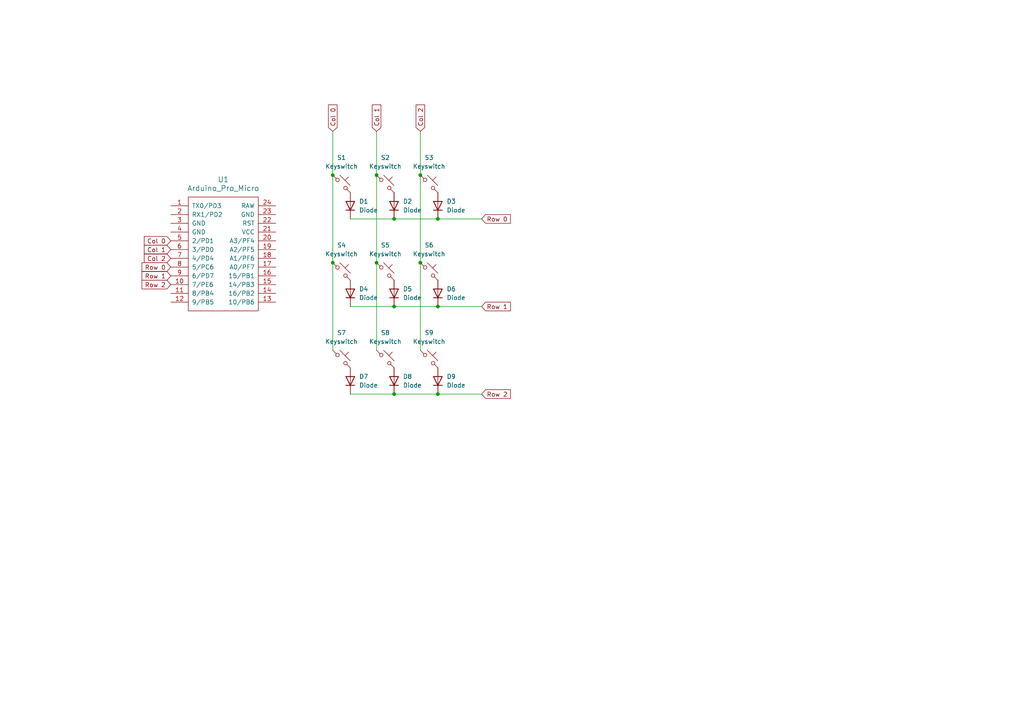
<source format=kicad_sch>
(kicad_sch (version 20231120) (generator "eeschema") (generator_version "8.0")
  (paper "A4")
  (lib_symbols
    (symbol "ScottoKeebs:MCU_Arduino_Pro_Micro" (pin_names (offset 1.016))
      (property "Reference" "U" (at 0 0 0))
      (property "Value" "Arduino_Pro_Micro" (at 0 -19.05 0))
      (symbol "MCU_Arduino_Pro_Micro_0_1"
        (rectangle (start -10.16 16.51) (end 10.16 -16.51))
      )
      (symbol "MCU_Arduino_Pro_Micro_1_1"
        (pin input line (at -15.24 13.97 0) (length 5.08) (name "TX0/PD3") (number "1"))
        (pin input line (at -15.24 -8.89 0) (length 5.08) (name "7/PE6") (number "10"))
        (pin input line (at -15.24 -11.43 0) (length 5.08) (name "8/PB4") (number "11"))
        (pin input line (at -15.24 -13.97 0) (length 5.08) (name "9/PB5") (number "12"))
        (pin input line (at 15.24 -13.97 180) (length 5.08) (name "10/PB6") (number "13"))
        (pin input line (at 15.24 -11.43 180) (length 5.08) (name "16/PB2") (number "14"))
        (pin input line (at 15.24 -8.89 180) (length 5.08) (name "14/PB3") (number "15"))
        (pin input line (at 15.24 -6.35 180) (length 5.08) (name "15/PB1") (number "16"))
        (pin input line (at 15.24 -3.81 180) (length 5.08) (name "A0/PF7") (number "17"))
        (pin input line (at 15.24 -1.27 180) (length 5.08) (name "A1/PF6") (number "18"))
        (pin input line (at 15.24 1.27 180) (length 5.08) (name "A2/PF5") (number "19"))
        (pin input line (at -15.24 11.43 0) (length 5.08) (name "RX1/PD2") (number "2"))
        (pin input line (at 15.24 3.81 180) (length 5.08) (name "A3/PF4") (number "20"))
        (pin input line (at 15.24 6.35 180) (length 5.08) (name "VCC") (number "21"))
        (pin input line (at 15.24 8.89 180) (length 5.08) (name "RST") (number "22"))
        (pin input line (at 15.24 11.43 180) (length 5.08) (name "GND") (number "23"))
        (pin input line (at 15.24 13.97 180) (length 5.08) (name "RAW") (number "24"))
        (pin input line (at -15.24 8.89 0) (length 5.08) (name "GND") (number "3"))
        (pin input line (at -15.24 6.35 0) (length 5.08) (name "GND") (number "4"))
        (pin input line (at -15.24 3.81 0) (length 5.08) (name "2/PD1") (number "5"))
        (pin input line (at -15.24 1.27 0) (length 5.08) (name "3/PD0") (number "6"))
        (pin input line (at -15.24 -1.27 0) (length 5.08) (name "4/PD4") (number "7"))
        (pin input line (at -15.24 -3.81 0) (length 5.08) (name "5/PC6") (number "8"))
        (pin input line (at -15.24 -6.35 0) (length 5.08) (name "6/PD7") (number "9"))
      )
    )
    (symbol "ScottoKeebs:Placeholder_Diode" (pin_numbers hide) (pin_names hide)
      (property "Reference" "D" (at 0 2.54 0))
      (property "Value" "Diode" (at 0 -2.54 0))
      (symbol "Placeholder_Diode_0_1"
        (polyline (pts (xy -1.27 1.27) (xy -1.27 -1.27)) (stroke (width 0.254)))
        (polyline (pts (xy 1.27 0) (xy -1.27 0)))
        (polyline (pts (xy 1.27 1.27) (xy 1.27 -1.27) (xy -1.27 0) (xy 1.27 1.27)) (stroke (width 0.254)))
      )
      (symbol "Placeholder_Diode_1_1"
        (pin passive line (at -3.81 0 0) (length 2.54) (name "K") (number "1"))
        (pin passive line (at 3.81 0 180) (length 2.54) (name "A") (number "2"))
      )
    )
    (symbol "ScottoKeebs:Placeholder_Keyswitch" (pin_numbers hide) (pin_names (offset 1.016) hide)
      (property "Reference" "S" (at 3.048 1.016 0))
      (property "Value" "Keyswitch" (at 0 -3.81 0))
      (symbol "Placeholder_Keyswitch_0_1"
        (circle (center -1.1684 1.1684) (radius 0.508))
        (polyline (pts (xy -0.508 2.54) (xy 2.54 -0.508)))
        (polyline (pts (xy 1.016 1.016) (xy 2.032 2.032)))
        (polyline (pts (xy -2.54 2.54) (xy -1.524 1.524) (xy -1.524 1.524)))
        (polyline (pts (xy 1.524 -1.524) (xy 2.54 -2.54) (xy 2.54 -2.54) (xy 2.54 -2.54)))
        (circle (center 1.143 -1.1938) (radius 0.508))
        (pin passive line (at -2.54 2.54 0) (length 0) (name "1") (number "1"))
        (pin passive line (at 2.54 -2.54 180) (length 0) (name "2") (number "2"))
      )
    )
  )
  (junction (at 96.52 50.8))
  (junction (at 114.3 88.9))
  (junction (at 109.22 76.2))
  (junction (at 121.92 76.2))
  (junction (at 127 88.9))
  (junction (at 114.3 63.5))
  (junction (at 121.92 50.8))
  (junction (at 127 114.3))
  (junction (at 109.22 50.8))
  (junction (at 127 63.5))
  (junction (at 96.52 76.2))
  (junction (at 114.3 114.3))
  (wire (pts (xy 114.3 114.3) (xy 127 114.3)))
  (wire (pts (xy 121.92 50.8) (xy 121.92 76.2)))
  (wire (pts (xy 109.22 50.8) (xy 109.22 76.2)))
  (wire (pts (xy 139.7 63.5) (xy 127 63.5)))
  (wire (pts (xy 114.3 88.9) (xy 127 88.9)))
  (wire (pts (xy 139.7 88.9) (xy 127 88.9)))
  (wire (pts (xy 139.7 114.3) (xy 127 114.3)))
  (wire (pts (xy 109.22 76.2) (xy 109.22 101.6)))
  (wire (pts (xy 101.6 63.5) (xy 114.3 63.5)))
  (wire (pts (xy 121.92 76.2) (xy 121.92 101.6)))
  (wire (pts (xy 96.52 38.1) (xy 96.52 50.8)))
  (wire (pts (xy 121.92 38.1) (xy 121.92 50.8)))
  (wire (pts (xy 101.6 88.9) (xy 114.3 88.9)))
  (wire (pts (xy 96.52 50.8) (xy 96.52 76.2)))
  (wire (pts (xy 96.52 76.2) (xy 96.52 101.6)))
  (wire (pts (xy 109.22 38.1) (xy 109.22 50.8)))
  (wire (pts (xy 114.3 63.5) (xy 127 63.5)))
  (wire (pts (xy 101.6 114.3) (xy 114.3 114.3)))
  (global_label "Row 0" (shape input) (at 49.53 77.47 180) (property "Intersheetrefs" "${INTERSHEET_REFS}" (effects (hide yes))))
  (global_label "Row 2" (shape input) (at 49.53 82.55 180) (property "Intersheetrefs" "${INTERSHEET_REFS}" (effects (hide yes))))
  (global_label "Col 0" (shape input) (at 49.53 69.85 180) (property "Intersheetrefs" "${INTERSHEET_REFS}" (effects (hide yes))))
  (global_label "Col 2" (shape input) (at 121.92 38.1 90) (property "Intersheetrefs" "${INTERSHEET_REFS}" (effects (hide yes))))
  (global_label "Row 1" (shape input) (at 49.53 80.01 180) (property "Intersheetrefs" "${INTERSHEET_REFS}" (effects (hide yes))))
  (global_label "Col 1" (shape input) (at 49.53 72.39 180) (property "Intersheetrefs" "${INTERSHEET_REFS}" (effects (hide yes))))
  (global_label "Row 0" (shape input) (at 139.7 63.5 0) (property "Intersheetrefs" "${INTERSHEET_REFS}" (effects (hide yes))))
  (global_label "Row 2" (shape input) (at 139.7 114.3 0) (property "Intersheetrefs" "${INTERSHEET_REFS}" (effects (hide yes))))
  (global_label "Col 0" (shape input) (at 96.52 38.1 90) (property "Intersheetrefs" "${INTERSHEET_REFS}" (effects (hide yes))))
  (global_label "Col 2" (shape input) (at 49.53 74.93 180) (property "Intersheetrefs" "${INTERSHEET_REFS}" (effects (hide yes))))
  (global_label "Col 1" (shape input) (at 109.22 38.1 90) (property "Intersheetrefs" "${INTERSHEET_REFS}" (effects (hide yes))))
  (global_label "Row 1" (shape input) (at 139.7 88.9 0) (property "Intersheetrefs" "${INTERSHEET_REFS}" (effects (hide yes))))
  (symbol (lib_id "ScottoKeebs:Placeholder_Diode") (at 114.3 59.69 90) (unit 1)
    (property "Reference" "D2" (at 116.84 58.4199 90) (effects (justify right)))
    (property "Value" "Diode" (at 116.84 60.9599 90) (effects (justify right)))
    (property "Footprint" "ScottoKeebs_Components:Diode_DO-35" (effects (hide yes)))
    (property "Description" "1N4148 (DO-35) or 1N4148W (SOD-123)" (effects (hide yes)))
    (property "Sim.Device" "D" (effects (hide yes)))
    (property "Sim.Pins" "1=K 2=A" (effects (hide yes)))
  )
  (symbol (lib_id "ScottoKeebs:Placeholder_Keyswitch") (at 99.06 53.34 0) (unit 1)
    (property "Reference" "S1" (at 99.06 45.72 0))
    (property "Value" "Keyswitch" (at 99.06 48.26 0))
    (property "Footprint" "ScottoKeebs_MX:MX_PCB_1.00u" (effects (hide yes)))
    (property "Description" "Push button switch, normally open, two pins, 45° tilted" (effects (hide yes)))
  )
  (symbol (lib_id "ScottoKeebs:Placeholder_Keyswitch") (at 111.76 53.34 0) (unit 1)
    (property "Reference" "S2" (at 111.76 45.72 0))
    (property "Value" "Keyswitch" (at 111.76 48.26 0))
    (property "Footprint" "ScottoKeebs_MX:MX_PCB_1.00u" (effects (hide yes)))
    (property "Description" "Push button switch, normally open, two pins, 45° tilted" (effects (hide yes)))
  )
  (symbol (lib_id "ScottoKeebs:Placeholder_Keyswitch") (at 111.76 104.14 0) (unit 1)
    (property "Reference" "S8" (at 111.76 96.52 0))
    (property "Value" "Keyswitch" (at 111.76 99.06 0))
    (property "Footprint" "ScottoKeebs_MX:MX_PCB_1.00u" (effects (hide yes)))
    (property "Description" "Push button switch, normally open, two pins, 45° tilted" (effects (hide yes)))
  )
  (symbol (lib_id "ScottoKeebs:Placeholder_Diode") (at 101.6 110.49 90) (unit 1)
    (property "Reference" "D7" (at 104.14 109.2199 90) (effects (justify right)))
    (property "Value" "Diode" (at 104.14 111.7599 90) (effects (justify right)))
    (property "Footprint" "ScottoKeebs_Components:Diode_DO-35" (effects (hide yes)))
    (property "Description" "1N4148 (DO-35) or 1N4148W (SOD-123)" (effects (hide yes)))
    (property "Sim.Device" "D" (effects (hide yes)))
    (property "Sim.Pins" "1=K 2=A" (effects (hide yes)))
  )
  (symbol (lib_id "ScottoKeebs:Placeholder_Diode") (at 114.3 110.49 90) (unit 1)
    (property "Reference" "D8" (at 116.84 109.2199 90) (effects (justify right)))
    (property "Value" "Diode" (at 116.84 111.7599 90) (effects (justify right)))
    (property "Footprint" "ScottoKeebs_Components:Diode_DO-35" (effects (hide yes)))
    (property "Description" "1N4148 (DO-35) or 1N4148W (SOD-123)" (effects (hide yes)))
    (property "Sim.Device" "D" (effects (hide yes)))
    (property "Sim.Pins" "1=K 2=A" (effects (hide yes)))
  )
  (symbol (lib_id "ScottoKeebs:Placeholder_Keyswitch") (at 99.06 78.74 0) (unit 1)
    (property "Reference" "S4" (at 99.06 71.12 0))
    (property "Value" "Keyswitch" (at 99.06 73.66 0))
    (property "Footprint" "ScottoKeebs_MX:MX_PCB_1.00u" (effects (hide yes)))
    (property "Description" "Push button switch, normally open, two pins, 45° tilted" (effects (hide yes)))
  )
  (symbol (lib_id "ScottoKeebs:Placeholder_Keyswitch") (at 124.46 104.14 0) (unit 1)
    (property "Reference" "S9" (at 124.46 96.52 0))
    (property "Value" "Keyswitch" (at 124.46 99.06 0))
    (property "Footprint" "ScottoKeebs_MX:MX_PCB_1.00u" (effects (hide yes)))
    (property "Description" "Push button switch, normally open, two pins, 45° tilted" (effects (hide yes)))
  )
  (symbol (lib_id "ScottoKeebs:Placeholder_Keyswitch") (at 124.46 53.34 0) (unit 1)
    (property "Reference" "S3" (at 124.46 45.72 0))
    (property "Value" "Keyswitch" (at 124.46 48.26 0))
    (property "Footprint" "ScottoKeebs_MX:MX_PCB_1.00u" (effects (hide yes)))
    (property "Description" "Push button switch, normally open, two pins, 45° tilted" (effects (hide yes)))
  )
  (symbol (lib_id "ScottoKeebs:Placeholder_Keyswitch") (at 124.46 78.74 0) (unit 1)
    (property "Reference" "S6" (at 124.46 71.12 0))
    (property "Value" "Keyswitch" (at 124.46 73.66 0))
    (property "Footprint" "ScottoKeebs_MX:MX_PCB_1.00u" (effects (hide yes)))
    (property "Description" "Push button switch, normally open, two pins, 45° tilted" (effects (hide yes)))
  )
  (symbol (lib_id "ScottoKeebs:Placeholder_Diode") (at 127 59.69 90) (unit 1)
    (property "Reference" "D3" (at 129.54 58.4199 90) (effects (justify right)))
    (property "Value" "Diode" (at 129.54 60.9599 90) (effects (justify right)))
    (property "Footprint" "ScottoKeebs_Components:Diode_DO-35" (effects (hide yes)))
    (property "Description" "1N4148 (DO-35) or 1N4148W (SOD-123)" (effects (hide yes)))
    (property "Sim.Device" "D" (effects (hide yes)))
    (property "Sim.Pins" "1=K 2=A" (effects (hide yes)))
  )
  (symbol (lib_id "ScottoKeebs:Placeholder_Keyswitch") (at 111.76 78.74 0) (unit 1)
    (property "Reference" "S5" (at 111.76 71.12 0))
    (property "Value" "Keyswitch" (at 111.76 73.66 0))
    (property "Footprint" "ScottoKeebs_MX:MX_PCB_1.00u" (effects (hide yes)))
    (property "Description" "Push button switch, normally open, two pins, 45° tilted" (effects (hide yes)))
  )
  (symbol (lib_id "ScottoKeebs:Placeholder_Diode") (at 127 85.09 90) (unit 1)
    (property "Reference" "D6" (at 129.54 83.8199 90) (effects (justify right)))
    (property "Value" "Diode" (at 129.54 86.3599 90) (effects (justify right)))
    (property "Footprint" "ScottoKeebs_Components:Diode_DO-35" (effects (hide yes)))
    (property "Description" "1N4148 (DO-35) or 1N4148W (SOD-123)" (effects (hide yes)))
    (property "Sim.Device" "D" (effects (hide yes)))
    (property "Sim.Pins" "1=K 2=A" (effects (hide yes)))
  )
  (symbol (lib_id "ScottoKeebs:Placeholder_Diode") (at 101.6 85.09 90) (unit 1)
    (property "Reference" "D4" (at 104.14 83.8199 90) (effects (justify right)))
    (property "Value" "Diode" (at 104.14 86.3599 90) (effects (justify right)))
    (property "Footprint" "ScottoKeebs_Components:Diode_DO-35" (effects (hide yes)))
    (property "Description" "1N4148 (DO-35) or 1N4148W (SOD-123)" (effects (hide yes)))
    (property "Sim.Device" "D" (effects (hide yes)))
    (property "Sim.Pins" "1=K 2=A" (effects (hide yes)))
  )
  (symbol (lib_id "ScottoKeebs:Placeholder_Keyswitch") (at 99.06 104.14 0) (unit 1)
    (property "Reference" "S7" (at 99.06 96.52 0))
    (property "Value" "Keyswitch" (at 99.06 99.06 0))
    (property "Footprint" "ScottoKeebs_MX:MX_PCB_1.00u" (effects (hide yes)))
    (property "Description" "Push button switch, normally open, two pins, 45° tilted" (effects (hide yes)))
  )
  (symbol (lib_id "ScottoKeebs:Placeholder_Diode") (at 114.3 85.09 90) (unit 1)
    (property "Reference" "D5" (at 116.84 83.8199 90) (effects (justify right)))
    (property "Value" "Diode" (at 116.84 86.3599 90) (effects (justify right)))
    (property "Footprint" "ScottoKeebs_Components:Diode_DO-35" (effects (hide yes)))
    (property "Description" "1N4148 (DO-35) or 1N4148W (SOD-123)" (effects (hide yes)))
    (property "Sim.Device" "D" (effects (hide yes)))
    (property "Sim.Pins" "1=K 2=A" (effects (hide yes)))
  )
  (symbol (lib_id "ScottoKeebs:MCU_Arduino_Pro_Micro") (at 64.77 73.66 0) (unit 1)
    (property "Reference" "U1" (at 64.77 52.07 0) (effects (font (size 1.524 1.524))))
    (property "Value" "Arduino_Pro_Micro" (at 64.77 54.61 0) (effects (font (size 1.524 1.524))))
    (property "Footprint" "ScottoKeebs_MCU:Arduino_Pro_Micro" (effects (hide yes)))
  )
  (symbol (lib_id "ScottoKeebs:Placeholder_Diode") (at 127 110.49 90) (unit 1)
    (property "Reference" "D9" (at 129.54 109.2199 90) (effects (justify right)))
    (property "Value" "Diode" (at 129.54 111.7599 90) (effects (justify right)))
    (property "Footprint" "ScottoKeebs_Components:Diode_DO-35" (effects (hide yes)))
    (property "Description" "1N4148 (DO-35) or 1N4148W (SOD-123)" (effects (hide yes)))
    (property "Sim.Device" "D" (effects (hide yes)))
    (property "Sim.Pins" "1=K 2=A" (effects (hide yes)))
  )
  (symbol (lib_id "ScottoKeebs:Placeholder_Diode") (at 101.6 59.69 90) (unit 1)
    (property "Reference" "D1" (at 104.14 58.4199 90) (effects (justify right)))
    (property "Value" "Diode" (at 104.14 60.9599 90) (effects (justify right)))
    (property "Footprint" "ScottoKeebs_Components:Diode_DO-35" (effects (hide yes)))
    (property "Description" "1N4148 (DO-35) or 1N4148W (SOD-123)" (effects (hide yes)))
    (property "Sim.Device" "D" (effects (hide yes)))
    (property "Sim.Pins" "1=K 2=A" (effects (hide yes)))
  )
)
</source>
